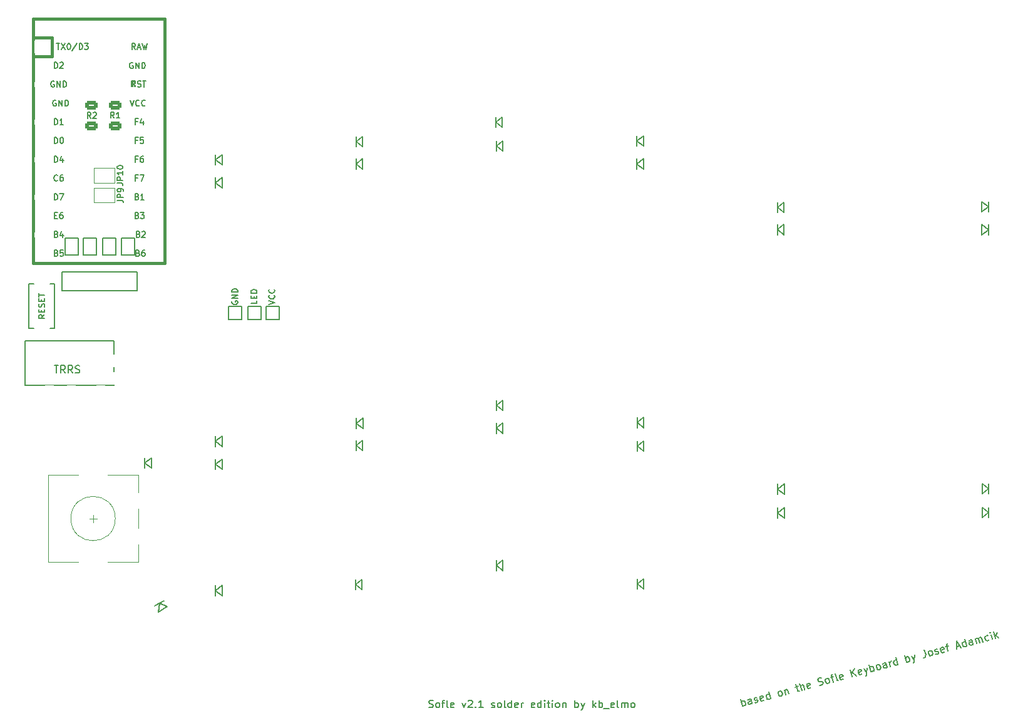
<source format=gto>
G04 #@! TF.GenerationSoftware,KiCad,Pcbnew,(6.0.1)*
G04 #@! TF.CreationDate,2022-07-29T00:13:48+02:00*
G04 #@! TF.ProjectId,SofleKeyboard,536f666c-654b-4657-9962-6f6172642e6b,rev?*
G04 #@! TF.SameCoordinates,Original*
G04 #@! TF.FileFunction,Legend,Top*
G04 #@! TF.FilePolarity,Positive*
%FSLAX46Y46*%
G04 Gerber Fmt 4.6, Leading zero omitted, Abs format (unit mm)*
G04 Created by KiCad (PCBNEW (6.0.1)) date 2022-07-29 00:13:48*
%MOMM*%
%LPD*%
G01*
G04 APERTURE LIST*
G04 Aperture macros list*
%AMRoundRect*
0 Rectangle with rounded corners*
0 $1 Rounding radius*
0 $2 $3 $4 $5 $6 $7 $8 $9 X,Y pos of 4 corners*
0 Add a 4 corners polygon primitive as box body*
4,1,4,$2,$3,$4,$5,$6,$7,$8,$9,$2,$3,0*
0 Add four circle primitives for the rounded corners*
1,1,$1+$1,$2,$3*
1,1,$1+$1,$4,$5*
1,1,$1+$1,$6,$7*
1,1,$1+$1,$8,$9*
0 Add four rect primitives between the rounded corners*
20,1,$1+$1,$2,$3,$4,$5,0*
20,1,$1+$1,$4,$5,$6,$7,0*
20,1,$1+$1,$6,$7,$8,$9,0*
20,1,$1+$1,$8,$9,$2,$3,0*%
%AMRotRect*
0 Rectangle, with rotation*
0 The origin of the aperture is its center*
0 $1 length*
0 $2 width*
0 $3 Rotation angle, in degrees counterclockwise*
0 Add horizontal line*
21,1,$1,$2,0,0,$3*%
%AMFreePoly0*
4,1,6,1.000000,0.000000,0.500000,-0.750000,-0.500000,-0.750000,-0.500000,0.750000,0.500000,0.750000,1.000000,0.000000,1.000000,0.000000,$1*%
%AMFreePoly1*
4,1,6,0.500000,-0.750000,-0.650000,-0.750000,-0.150000,0.000000,-0.650000,0.750000,0.500000,0.750000,0.500000,-0.750000,0.500000,-0.750000,$1*%
G04 Aperture macros list end*
%ADD10C,0.150000*%
%ADD11C,0.381000*%
%ADD12C,0.120000*%
%ADD13R,1.752600X1.752600*%
%ADD14C,1.752600*%
%ADD15C,1.397000*%
%ADD16C,1.200000*%
%ADD17O,2.500000X1.700000*%
%ADD18R,1.143000X0.635000*%
%ADD19R,1.800000X1.500000*%
%ADD20RotRect,1.800000X1.500000X300.000000*%
%ADD21C,1.750000*%
%ADD22C,3.987800*%
%ADD23C,4.000000*%
%ADD24R,1.524000X1.524000*%
%ADD25C,2.000000*%
%ADD26R,3.200000X2.000000*%
%ADD27FreePoly0,180.000000*%
%ADD28FreePoly1,180.000000*%
%ADD29FreePoly0,0.000000*%
%ADD30FreePoly1,0.000000*%
%ADD31C,4.700000*%
%ADD32RoundRect,0.250000X-0.625000X0.375000X-0.625000X-0.375000X0.625000X-0.375000X0.625000X0.375000X0*%
%ADD33C,2.250000*%
G04 APERTURE END LIST*
D10*
X187025411Y-131866897D02*
X186766592Y-130900971D01*
X186865189Y-131268943D02*
X186944858Y-131198297D01*
X187128843Y-131148998D01*
X187233161Y-131170345D01*
X187291482Y-131204017D01*
X187362128Y-131283685D01*
X187436076Y-131559664D01*
X187414729Y-131663982D01*
X187381058Y-131722303D01*
X187301389Y-131792949D01*
X187117404Y-131842248D01*
X187013086Y-131820900D01*
X188313312Y-131521805D02*
X188177740Y-131015844D01*
X188107094Y-130936176D01*
X188002776Y-130914829D01*
X187818790Y-130964127D01*
X187739122Y-131034773D01*
X188300987Y-131475808D02*
X188221319Y-131546454D01*
X187991336Y-131608078D01*
X187887019Y-131586731D01*
X187816373Y-131507063D01*
X187791723Y-131415070D01*
X187813070Y-131310752D01*
X187892739Y-131240106D01*
X188122721Y-131178483D01*
X188202389Y-131107837D01*
X188714955Y-131364886D02*
X188819273Y-131386233D01*
X189003259Y-131336934D01*
X189082927Y-131266288D01*
X189104274Y-131161971D01*
X189091949Y-131115974D01*
X189021303Y-131036306D01*
X188916986Y-131014959D01*
X188778996Y-131051933D01*
X188674679Y-131030586D01*
X188604033Y-130950918D01*
X188591708Y-130904921D01*
X188613055Y-130800604D01*
X188692723Y-130729958D01*
X188830713Y-130692984D01*
X188935030Y-130714331D01*
X189910863Y-131044443D02*
X189831195Y-131115089D01*
X189647209Y-131164388D01*
X189542892Y-131143041D01*
X189472246Y-131063373D01*
X189373648Y-130695401D01*
X189394995Y-130591083D01*
X189474663Y-130520438D01*
X189658649Y-130471139D01*
X189762967Y-130492486D01*
X189833613Y-130572154D01*
X189858262Y-130664147D01*
X189422947Y-130879387D01*
X190797121Y-130856270D02*
X190538302Y-129890344D01*
X190784796Y-130810274D02*
X190705128Y-130880920D01*
X190521142Y-130930219D01*
X190416825Y-130908871D01*
X190358503Y-130875200D01*
X190287857Y-130795532D01*
X190213909Y-130519553D01*
X190235256Y-130415235D01*
X190268928Y-130356914D01*
X190348596Y-130286268D01*
X190532582Y-130236969D01*
X190636900Y-130258316D01*
X192131019Y-130498853D02*
X192026701Y-130477506D01*
X191968380Y-130443835D01*
X191897734Y-130364166D01*
X191823786Y-130088188D01*
X191845133Y-129983870D01*
X191878804Y-129925549D01*
X191958473Y-129854903D01*
X192096462Y-129817929D01*
X192200780Y-129839276D01*
X192259101Y-129872948D01*
X192329747Y-129952616D01*
X192403695Y-130228595D01*
X192382348Y-130332912D01*
X192348676Y-130391233D01*
X192269008Y-130461879D01*
X192131019Y-130498853D01*
X192694416Y-129657707D02*
X192866962Y-130301658D01*
X192719065Y-129749700D02*
X192752737Y-129691379D01*
X192832405Y-129620733D01*
X192970395Y-129583759D01*
X193074712Y-129605106D01*
X193145358Y-129684774D01*
X193280930Y-130190736D01*
X194166303Y-129263317D02*
X194534275Y-129164719D01*
X194218019Y-128904367D02*
X194439864Y-129732304D01*
X194510510Y-129811972D01*
X194614828Y-129833319D01*
X194706821Y-129808669D01*
X195028796Y-129722396D02*
X194769977Y-128756470D01*
X195442764Y-129611474D02*
X195307192Y-129105513D01*
X195236546Y-129025844D01*
X195132229Y-129004497D01*
X194994239Y-129041472D01*
X194914571Y-129112118D01*
X194880899Y-129170439D01*
X196258376Y-129343632D02*
X196178708Y-129414278D01*
X195994722Y-129463577D01*
X195890404Y-129442230D01*
X195819758Y-129362562D01*
X195721161Y-128994590D01*
X195742508Y-128890273D01*
X195822176Y-128819627D01*
X196006162Y-128770328D01*
X196110479Y-128791675D01*
X196181125Y-128871343D01*
X196205775Y-128963336D01*
X195770459Y-129178576D01*
X197408288Y-129035515D02*
X197558602Y-129044537D01*
X197788584Y-128982913D01*
X197868252Y-128912267D01*
X197901924Y-128853946D01*
X197923271Y-128749629D01*
X197898622Y-128657636D01*
X197827976Y-128577967D01*
X197769655Y-128544296D01*
X197665337Y-128522949D01*
X197469026Y-128526251D01*
X197364709Y-128504904D01*
X197306388Y-128471232D01*
X197235742Y-128391564D01*
X197211092Y-128299571D01*
X197232439Y-128195253D01*
X197266111Y-128136932D01*
X197345779Y-128066286D01*
X197575762Y-128004663D01*
X197726076Y-128013685D01*
X198524528Y-128785718D02*
X198420210Y-128764371D01*
X198361889Y-128730699D01*
X198291243Y-128651031D01*
X198217295Y-128375052D01*
X198238642Y-128270734D01*
X198272313Y-128212413D01*
X198351982Y-128141767D01*
X198489971Y-128104793D01*
X198594289Y-128126140D01*
X198652610Y-128159812D01*
X198723256Y-128239480D01*
X198797204Y-128515459D01*
X198775857Y-128619777D01*
X198742185Y-128678098D01*
X198662517Y-128748744D01*
X198524528Y-128785718D01*
X198949936Y-127981546D02*
X199317907Y-127882948D01*
X199260471Y-128588522D02*
X199038626Y-127760586D01*
X199059973Y-127656268D01*
X199139641Y-127585622D01*
X199231634Y-127560973D01*
X199950418Y-128403652D02*
X199846100Y-128382305D01*
X199775455Y-128302636D01*
X199553610Y-127474700D01*
X200674037Y-128160460D02*
X200594369Y-128231106D01*
X200410383Y-128280404D01*
X200306065Y-128259057D01*
X200235419Y-128179389D01*
X200136821Y-127811417D01*
X200158169Y-127707100D01*
X200237837Y-127636454D01*
X200421823Y-127587155D01*
X200526140Y-127608502D01*
X200596786Y-127688170D01*
X200621436Y-127780163D01*
X200186120Y-127995403D01*
X201882270Y-127886014D02*
X201623451Y-126920088D01*
X202434227Y-127738117D02*
X201872363Y-127297082D01*
X202175408Y-126772191D02*
X201771347Y-127472045D01*
X203203843Y-127482600D02*
X203124174Y-127553246D01*
X202940189Y-127602545D01*
X202835871Y-127581198D01*
X202765225Y-127501530D01*
X202666627Y-127133558D01*
X202687974Y-127029240D01*
X202767642Y-126958595D01*
X202951628Y-126909296D01*
X203055946Y-126930643D01*
X203126592Y-127010311D01*
X203151241Y-127102304D01*
X202715926Y-127317544D01*
X203411593Y-126786048D02*
X203814121Y-127368375D01*
X203871558Y-126662801D02*
X203814121Y-127368375D01*
X203783752Y-127623007D01*
X203750080Y-127681328D01*
X203670412Y-127751974D01*
X204412075Y-127208154D02*
X204153256Y-126242228D01*
X204251854Y-126610200D02*
X204331522Y-126539554D01*
X204515508Y-126490255D01*
X204619826Y-126511602D01*
X204678147Y-126545274D01*
X204748793Y-126624942D01*
X204822741Y-126900921D01*
X204801394Y-127005239D01*
X204767723Y-127063560D01*
X204688054Y-127134206D01*
X204504068Y-127183505D01*
X204399751Y-127162158D01*
X205423998Y-126937010D02*
X205319680Y-126915663D01*
X205261359Y-126881992D01*
X205190713Y-126802323D01*
X205116765Y-126526345D01*
X205138112Y-126422027D01*
X205171784Y-126363706D01*
X205251452Y-126293060D01*
X205389441Y-126256086D01*
X205493759Y-126277433D01*
X205552080Y-126311104D01*
X205622726Y-126390773D01*
X205696674Y-126666752D01*
X205675327Y-126771069D01*
X205641655Y-126829390D01*
X205561987Y-126900036D01*
X205423998Y-126937010D01*
X206573909Y-126628892D02*
X206438338Y-126122931D01*
X206367692Y-126043263D01*
X206263374Y-126021916D01*
X206079388Y-126071215D01*
X205999720Y-126141861D01*
X206561585Y-126582896D02*
X206481917Y-126653542D01*
X206251934Y-126715165D01*
X206147617Y-126693818D01*
X206076971Y-126614150D01*
X206052321Y-126522157D01*
X206073668Y-126417840D01*
X206153336Y-126347194D01*
X206383319Y-126285570D01*
X206462987Y-126214924D01*
X207033874Y-126505645D02*
X206861328Y-125861695D01*
X206910627Y-126045681D02*
X206931974Y-125941363D01*
X206965646Y-125883042D01*
X207045314Y-125812396D01*
X207137307Y-125787746D01*
X208045796Y-126234502D02*
X207786977Y-125268576D01*
X208033472Y-126188505D02*
X207953804Y-126259151D01*
X207769818Y-126308450D01*
X207665500Y-126287103D01*
X207607179Y-126253431D01*
X207536533Y-126173763D01*
X207462585Y-125897784D01*
X207483932Y-125793466D01*
X207517603Y-125735145D01*
X207597272Y-125664499D01*
X207781257Y-125615200D01*
X207885575Y-125636547D01*
X209241705Y-125914059D02*
X208982886Y-124948133D01*
X209081483Y-125316105D02*
X209161152Y-125245459D01*
X209345137Y-125196160D01*
X209449455Y-125217507D01*
X209507776Y-125251179D01*
X209578422Y-125330847D01*
X209652370Y-125606826D01*
X209631023Y-125711144D01*
X209597352Y-125769465D01*
X209517683Y-125840111D01*
X209333698Y-125889409D01*
X209229380Y-125868062D01*
X209851099Y-125060588D02*
X210253627Y-125642915D01*
X210311063Y-124937341D02*
X210253627Y-125642915D01*
X210223258Y-125897547D01*
X210189586Y-125955868D01*
X210109918Y-126026514D01*
X211604684Y-124245624D02*
X211789555Y-124935571D01*
X211780533Y-125085885D01*
X211713189Y-125202528D01*
X211587524Y-125285498D01*
X211495532Y-125310148D01*
X212461457Y-125051329D02*
X212357140Y-125029982D01*
X212298819Y-124996310D01*
X212228173Y-124916642D01*
X212154224Y-124640663D01*
X212175571Y-124536345D01*
X212209243Y-124478024D01*
X212288911Y-124407378D01*
X212426901Y-124370404D01*
X212531218Y-124391751D01*
X212589540Y-124425423D01*
X212660185Y-124505091D01*
X212734134Y-124781070D01*
X212712787Y-124885388D01*
X212679115Y-124943709D01*
X212599447Y-125014355D01*
X212461457Y-125051329D01*
X213139080Y-124820462D02*
X213243397Y-124841809D01*
X213427383Y-124792510D01*
X213507051Y-124721864D01*
X213528398Y-124617546D01*
X213516074Y-124571550D01*
X213445428Y-124491881D01*
X213341110Y-124470534D01*
X213203121Y-124507509D01*
X213098803Y-124486162D01*
X213028157Y-124406493D01*
X213015832Y-124360497D01*
X213037180Y-124256179D01*
X213116848Y-124185533D01*
X213254837Y-124148559D01*
X213359155Y-124169906D01*
X214334988Y-124500019D02*
X214255320Y-124570665D01*
X214071334Y-124619964D01*
X213967016Y-124598617D01*
X213896370Y-124518948D01*
X213797772Y-124150977D01*
X213819119Y-124046659D01*
X213898788Y-123976013D01*
X214082774Y-123926714D01*
X214187091Y-123948061D01*
X214257737Y-124027730D01*
X214282387Y-124119722D01*
X213847071Y-124334963D01*
X214496742Y-123815792D02*
X214864714Y-123717194D01*
X214807277Y-124422768D02*
X214585432Y-123594832D01*
X214606779Y-123490514D01*
X214686448Y-123419868D01*
X214778441Y-123395219D01*
X215975234Y-123814022D02*
X216435198Y-123690775D01*
X215957189Y-124114650D02*
X216020345Y-123062451D01*
X216601139Y-123942104D01*
X217337083Y-123744909D02*
X217078264Y-122778983D01*
X217324758Y-123698912D02*
X217245090Y-123769558D01*
X217061104Y-123818857D01*
X216956787Y-123797510D01*
X216898465Y-123763838D01*
X216827819Y-123684170D01*
X216753871Y-123408191D01*
X216775218Y-123303874D01*
X216808890Y-123245552D01*
X216888558Y-123174907D01*
X217072544Y-123125608D01*
X217176862Y-123146955D01*
X218211016Y-123510739D02*
X218075444Y-123004778D01*
X218004798Y-122925110D01*
X217900480Y-122903763D01*
X217716495Y-122953062D01*
X217636826Y-123023708D01*
X218198691Y-123464743D02*
X218119023Y-123535389D01*
X217889041Y-123597012D01*
X217784723Y-123575665D01*
X217714077Y-123495997D01*
X217689428Y-123404004D01*
X217710775Y-123299686D01*
X217790443Y-123229040D01*
X218020425Y-123167417D01*
X218100093Y-123096771D01*
X218670981Y-123387492D02*
X218498435Y-122743542D01*
X218523084Y-122835534D02*
X218556756Y-122777213D01*
X218636424Y-122706567D01*
X218774413Y-122669593D01*
X218878731Y-122690940D01*
X218949377Y-122770608D01*
X219084949Y-123276570D01*
X218949377Y-122770608D02*
X218970724Y-122666291D01*
X219050392Y-122595645D01*
X219188382Y-122558671D01*
X219292699Y-122580018D01*
X219363345Y-122659686D01*
X219498917Y-123165647D01*
X220360525Y-122885481D02*
X220280857Y-122956127D01*
X220096871Y-123005426D01*
X219992553Y-122984079D01*
X219934232Y-122950407D01*
X219863586Y-122870739D01*
X219789638Y-122594760D01*
X219810985Y-122490442D01*
X219844657Y-122432121D01*
X219924325Y-122361475D01*
X220108311Y-122312176D01*
X220212629Y-122333523D01*
X220786818Y-122820555D02*
X220614272Y-122176605D01*
X220527999Y-121854629D02*
X220494327Y-121912950D01*
X220552648Y-121946622D01*
X220586320Y-121888301D01*
X220527999Y-121854629D01*
X220552648Y-121946622D01*
X221246783Y-122697308D02*
X220987964Y-121731382D01*
X221240178Y-122304687D02*
X221614754Y-122598710D01*
X221442208Y-121954760D02*
X221172834Y-122421329D01*
X144601428Y-132006761D02*
X144744285Y-132054380D01*
X144982380Y-132054380D01*
X145077619Y-132006761D01*
X145125238Y-131959142D01*
X145172857Y-131863904D01*
X145172857Y-131768666D01*
X145125238Y-131673428D01*
X145077619Y-131625809D01*
X144982380Y-131578190D01*
X144791904Y-131530571D01*
X144696666Y-131482952D01*
X144649047Y-131435333D01*
X144601428Y-131340095D01*
X144601428Y-131244857D01*
X144649047Y-131149619D01*
X144696666Y-131102000D01*
X144791904Y-131054380D01*
X145030000Y-131054380D01*
X145172857Y-131102000D01*
X145744285Y-132054380D02*
X145649047Y-132006761D01*
X145601428Y-131959142D01*
X145553809Y-131863904D01*
X145553809Y-131578190D01*
X145601428Y-131482952D01*
X145649047Y-131435333D01*
X145744285Y-131387714D01*
X145887142Y-131387714D01*
X145982380Y-131435333D01*
X146030000Y-131482952D01*
X146077619Y-131578190D01*
X146077619Y-131863904D01*
X146030000Y-131959142D01*
X145982380Y-132006761D01*
X145887142Y-132054380D01*
X145744285Y-132054380D01*
X146363333Y-131387714D02*
X146744285Y-131387714D01*
X146506190Y-132054380D02*
X146506190Y-131197238D01*
X146553809Y-131102000D01*
X146649047Y-131054380D01*
X146744285Y-131054380D01*
X147220476Y-132054380D02*
X147125238Y-132006761D01*
X147077619Y-131911523D01*
X147077619Y-131054380D01*
X147982380Y-132006761D02*
X147887142Y-132054380D01*
X147696666Y-132054380D01*
X147601428Y-132006761D01*
X147553809Y-131911523D01*
X147553809Y-131530571D01*
X147601428Y-131435333D01*
X147696666Y-131387714D01*
X147887142Y-131387714D01*
X147982380Y-131435333D01*
X148030000Y-131530571D01*
X148030000Y-131625809D01*
X147553809Y-131721047D01*
X149125238Y-131387714D02*
X149363333Y-132054380D01*
X149601428Y-131387714D01*
X149934761Y-131149619D02*
X149982380Y-131102000D01*
X150077619Y-131054380D01*
X150315714Y-131054380D01*
X150410952Y-131102000D01*
X150458571Y-131149619D01*
X150506190Y-131244857D01*
X150506190Y-131340095D01*
X150458571Y-131482952D01*
X149887142Y-132054380D01*
X150506190Y-132054380D01*
X150934761Y-131959142D02*
X150982380Y-132006761D01*
X150934761Y-132054380D01*
X150887142Y-132006761D01*
X150934761Y-131959142D01*
X150934761Y-132054380D01*
X151934761Y-132054380D02*
X151363333Y-132054380D01*
X151649047Y-132054380D02*
X151649047Y-131054380D01*
X151553809Y-131197238D01*
X151458571Y-131292476D01*
X151363333Y-131340095D01*
X153077619Y-132006761D02*
X153172857Y-132054380D01*
X153363333Y-132054380D01*
X153458571Y-132006761D01*
X153506190Y-131911523D01*
X153506190Y-131863904D01*
X153458571Y-131768666D01*
X153363333Y-131721047D01*
X153220476Y-131721047D01*
X153125238Y-131673428D01*
X153077619Y-131578190D01*
X153077619Y-131530571D01*
X153125238Y-131435333D01*
X153220476Y-131387714D01*
X153363333Y-131387714D01*
X153458571Y-131435333D01*
X154077619Y-132054380D02*
X153982380Y-132006761D01*
X153934761Y-131959142D01*
X153887142Y-131863904D01*
X153887142Y-131578190D01*
X153934761Y-131482952D01*
X153982380Y-131435333D01*
X154077619Y-131387714D01*
X154220476Y-131387714D01*
X154315714Y-131435333D01*
X154363333Y-131482952D01*
X154410952Y-131578190D01*
X154410952Y-131863904D01*
X154363333Y-131959142D01*
X154315714Y-132006761D01*
X154220476Y-132054380D01*
X154077619Y-132054380D01*
X154982380Y-132054380D02*
X154887142Y-132006761D01*
X154839523Y-131911523D01*
X154839523Y-131054380D01*
X155791904Y-132054380D02*
X155791904Y-131054380D01*
X155791904Y-132006761D02*
X155696666Y-132054380D01*
X155506190Y-132054380D01*
X155410952Y-132006761D01*
X155363333Y-131959142D01*
X155315714Y-131863904D01*
X155315714Y-131578190D01*
X155363333Y-131482952D01*
X155410952Y-131435333D01*
X155506190Y-131387714D01*
X155696666Y-131387714D01*
X155791904Y-131435333D01*
X156649047Y-132006761D02*
X156553809Y-132054380D01*
X156363333Y-132054380D01*
X156268095Y-132006761D01*
X156220476Y-131911523D01*
X156220476Y-131530571D01*
X156268095Y-131435333D01*
X156363333Y-131387714D01*
X156553809Y-131387714D01*
X156649047Y-131435333D01*
X156696666Y-131530571D01*
X156696666Y-131625809D01*
X156220476Y-131721047D01*
X157125238Y-132054380D02*
X157125238Y-131387714D01*
X157125238Y-131578190D02*
X157172857Y-131482952D01*
X157220476Y-131435333D01*
X157315714Y-131387714D01*
X157410952Y-131387714D01*
X158887142Y-132006761D02*
X158791904Y-132054380D01*
X158601428Y-132054380D01*
X158506190Y-132006761D01*
X158458571Y-131911523D01*
X158458571Y-131530571D01*
X158506190Y-131435333D01*
X158601428Y-131387714D01*
X158791904Y-131387714D01*
X158887142Y-131435333D01*
X158934761Y-131530571D01*
X158934761Y-131625809D01*
X158458571Y-131721047D01*
X159791904Y-132054380D02*
X159791904Y-131054380D01*
X159791904Y-132006761D02*
X159696666Y-132054380D01*
X159506190Y-132054380D01*
X159410952Y-132006761D01*
X159363333Y-131959142D01*
X159315714Y-131863904D01*
X159315714Y-131578190D01*
X159363333Y-131482952D01*
X159410952Y-131435333D01*
X159506190Y-131387714D01*
X159696666Y-131387714D01*
X159791904Y-131435333D01*
X160268095Y-132054380D02*
X160268095Y-131387714D01*
X160268095Y-131054380D02*
X160220476Y-131102000D01*
X160268095Y-131149619D01*
X160315714Y-131102000D01*
X160268095Y-131054380D01*
X160268095Y-131149619D01*
X160601428Y-131387714D02*
X160982380Y-131387714D01*
X160744285Y-131054380D02*
X160744285Y-131911523D01*
X160791904Y-132006761D01*
X160887142Y-132054380D01*
X160982380Y-132054380D01*
X161315714Y-132054380D02*
X161315714Y-131387714D01*
X161315714Y-131054380D02*
X161268095Y-131102000D01*
X161315714Y-131149619D01*
X161363333Y-131102000D01*
X161315714Y-131054380D01*
X161315714Y-131149619D01*
X161934761Y-132054380D02*
X161839523Y-132006761D01*
X161791904Y-131959142D01*
X161744285Y-131863904D01*
X161744285Y-131578190D01*
X161791904Y-131482952D01*
X161839523Y-131435333D01*
X161934761Y-131387714D01*
X162077619Y-131387714D01*
X162172857Y-131435333D01*
X162220476Y-131482952D01*
X162268095Y-131578190D01*
X162268095Y-131863904D01*
X162220476Y-131959142D01*
X162172857Y-132006761D01*
X162077619Y-132054380D01*
X161934761Y-132054380D01*
X162696666Y-131387714D02*
X162696666Y-132054380D01*
X162696666Y-131482952D02*
X162744285Y-131435333D01*
X162839523Y-131387714D01*
X162982380Y-131387714D01*
X163077619Y-131435333D01*
X163125238Y-131530571D01*
X163125238Y-132054380D01*
X164363333Y-132054380D02*
X164363333Y-131054380D01*
X164363333Y-131435333D02*
X164458571Y-131387714D01*
X164649047Y-131387714D01*
X164744285Y-131435333D01*
X164791904Y-131482952D01*
X164839523Y-131578190D01*
X164839523Y-131863904D01*
X164791904Y-131959142D01*
X164744285Y-132006761D01*
X164649047Y-132054380D01*
X164458571Y-132054380D01*
X164363333Y-132006761D01*
X165172857Y-131387714D02*
X165410952Y-132054380D01*
X165649047Y-131387714D02*
X165410952Y-132054380D01*
X165315714Y-132292476D01*
X165268095Y-132340095D01*
X165172857Y-132387714D01*
X166791904Y-132054380D02*
X166791904Y-131054380D01*
X166887142Y-131673428D02*
X167172857Y-132054380D01*
X167172857Y-131387714D02*
X166791904Y-131768666D01*
X167601428Y-132054380D02*
X167601428Y-131054380D01*
X167601428Y-131435333D02*
X167696666Y-131387714D01*
X167887142Y-131387714D01*
X167982380Y-131435333D01*
X168030000Y-131482952D01*
X168077619Y-131578190D01*
X168077619Y-131863904D01*
X168030000Y-131959142D01*
X167982380Y-132006761D01*
X167887142Y-132054380D01*
X167696666Y-132054380D01*
X167601428Y-132006761D01*
X168268095Y-132149619D02*
X169030000Y-132149619D01*
X169649047Y-132006761D02*
X169553809Y-132054380D01*
X169363333Y-132054380D01*
X169268095Y-132006761D01*
X169220476Y-131911523D01*
X169220476Y-131530571D01*
X169268095Y-131435333D01*
X169363333Y-131387714D01*
X169553809Y-131387714D01*
X169649047Y-131435333D01*
X169696666Y-131530571D01*
X169696666Y-131625809D01*
X169220476Y-131721047D01*
X170268095Y-132054380D02*
X170172857Y-132006761D01*
X170125238Y-131911523D01*
X170125238Y-131054380D01*
X170649047Y-132054380D02*
X170649047Y-131387714D01*
X170649047Y-131482952D02*
X170696666Y-131435333D01*
X170791904Y-131387714D01*
X170934761Y-131387714D01*
X171030000Y-131435333D01*
X171077619Y-131530571D01*
X171077619Y-132054380D01*
X171077619Y-131530571D02*
X171125238Y-131435333D01*
X171220476Y-131387714D01*
X171363333Y-131387714D01*
X171458571Y-131435333D01*
X171506190Y-131530571D01*
X171506190Y-132054380D01*
X172125238Y-132054380D02*
X172030000Y-132006761D01*
X171982380Y-131959142D01*
X171934761Y-131863904D01*
X171934761Y-131578190D01*
X171982380Y-131482952D01*
X172030000Y-131435333D01*
X172125238Y-131387714D01*
X172268095Y-131387714D01*
X172363333Y-131435333D01*
X172410952Y-131482952D01*
X172458571Y-131578190D01*
X172458571Y-131863904D01*
X172410952Y-131959142D01*
X172363333Y-132006761D01*
X172268095Y-132054380D01*
X172125238Y-132054380D01*
X93948523Y-63421904D02*
X93948523Y-62621904D01*
X94139000Y-62621904D01*
X94253285Y-62660000D01*
X94329476Y-62736190D01*
X94367571Y-62812380D01*
X94405666Y-62964761D01*
X94405666Y-63079047D01*
X94367571Y-63231428D01*
X94329476Y-63307619D01*
X94253285Y-63383809D01*
X94139000Y-63421904D01*
X93948523Y-63421904D01*
X94672333Y-62621904D02*
X95205666Y-62621904D01*
X94862809Y-63421904D01*
X93948523Y-58341904D02*
X93948523Y-57541904D01*
X94139000Y-57541904D01*
X94253285Y-57580000D01*
X94329476Y-57656190D01*
X94367571Y-57732380D01*
X94405666Y-57884761D01*
X94405666Y-57999047D01*
X94367571Y-58151428D01*
X94329476Y-58227619D01*
X94253285Y-58303809D01*
X94139000Y-58341904D01*
X93948523Y-58341904D01*
X95091380Y-57808571D02*
X95091380Y-58341904D01*
X94900904Y-57503809D02*
X94710428Y-58075238D01*
X95205666Y-58075238D01*
X104908619Y-43101904D02*
X104641952Y-42720952D01*
X104451476Y-43101904D02*
X104451476Y-42301904D01*
X104756238Y-42301904D01*
X104832428Y-42340000D01*
X104870523Y-42378095D01*
X104908619Y-42454285D01*
X104908619Y-42568571D01*
X104870523Y-42644761D01*
X104832428Y-42682857D01*
X104756238Y-42720952D01*
X104451476Y-42720952D01*
X105213380Y-42873333D02*
X105594333Y-42873333D01*
X105137190Y-43101904D02*
X105403857Y-42301904D01*
X105670523Y-43101904D01*
X105861000Y-42301904D02*
X106051476Y-43101904D01*
X106203857Y-42530476D01*
X106356238Y-43101904D01*
X106546714Y-42301904D01*
X105194333Y-52842857D02*
X104927666Y-52842857D01*
X104927666Y-53261904D02*
X104927666Y-52461904D01*
X105308619Y-52461904D01*
X105956238Y-52728571D02*
X105956238Y-53261904D01*
X105765761Y-52423809D02*
X105575285Y-52995238D01*
X106070523Y-52995238D01*
X94237651Y-42301904D02*
X94694794Y-42301904D01*
X94466223Y-43101904D02*
X94466223Y-42301904D01*
X94885270Y-42301904D02*
X95418604Y-43101904D01*
X95418604Y-42301904D02*
X94885270Y-43101904D01*
X95875747Y-42301904D02*
X95951937Y-42301904D01*
X96028128Y-42340000D01*
X96066223Y-42378095D01*
X96104318Y-42454285D01*
X96142413Y-42606666D01*
X96142413Y-42797142D01*
X96104318Y-42949523D01*
X96066223Y-43025714D01*
X96028128Y-43063809D01*
X95951937Y-43101904D01*
X95875747Y-43101904D01*
X95799556Y-43063809D01*
X95761461Y-43025714D01*
X95723366Y-42949523D01*
X95685270Y-42797142D01*
X95685270Y-42606666D01*
X95723366Y-42454285D01*
X95761461Y-42378095D01*
X95799556Y-42340000D01*
X95875747Y-42301904D01*
X97056699Y-42263809D02*
X96370985Y-43292380D01*
X97323366Y-43101904D02*
X97323366Y-42301904D01*
X97513842Y-42301904D01*
X97628128Y-42340000D01*
X97704318Y-42416190D01*
X97742413Y-42492380D01*
X97780508Y-42644761D01*
X97780508Y-42759047D01*
X97742413Y-42911428D01*
X97704318Y-42987619D01*
X97628128Y-43063809D01*
X97513842Y-43101904D01*
X97323366Y-43101904D01*
X98047175Y-42301904D02*
X98542413Y-42301904D01*
X98275747Y-42606666D01*
X98390032Y-42606666D01*
X98466223Y-42644761D01*
X98504318Y-42682857D01*
X98542413Y-42759047D01*
X98542413Y-42949523D01*
X98504318Y-43025714D01*
X98466223Y-43063809D01*
X98390032Y-43101904D01*
X98161461Y-43101904D01*
X98085270Y-43063809D01*
X98047175Y-43025714D01*
X105263990Y-70622857D02*
X105378276Y-70660952D01*
X105416371Y-70699047D01*
X105454466Y-70775238D01*
X105454466Y-70889523D01*
X105416371Y-70965714D01*
X105378276Y-71003809D01*
X105302085Y-71041904D01*
X104997323Y-71041904D01*
X104997323Y-70241904D01*
X105263990Y-70241904D01*
X105340180Y-70280000D01*
X105378276Y-70318095D01*
X105416371Y-70394285D01*
X105416371Y-70470476D01*
X105378276Y-70546666D01*
X105340180Y-70584761D01*
X105263990Y-70622857D01*
X104997323Y-70622857D01*
X106140180Y-70241904D02*
X105987800Y-70241904D01*
X105911609Y-70280000D01*
X105873514Y-70318095D01*
X105797323Y-70432380D01*
X105759228Y-70584761D01*
X105759228Y-70889523D01*
X105797323Y-70965714D01*
X105835419Y-71003809D01*
X105911609Y-71041904D01*
X106063990Y-71041904D01*
X106140180Y-71003809D01*
X106178276Y-70965714D01*
X106216371Y-70889523D01*
X106216371Y-70699047D01*
X106178276Y-70622857D01*
X106140180Y-70584761D01*
X106063990Y-70546666D01*
X105911609Y-70546666D01*
X105835419Y-70584761D01*
X105797323Y-70622857D01*
X105759228Y-70699047D01*
X105137190Y-63002857D02*
X105251476Y-63040952D01*
X105289571Y-63079047D01*
X105327666Y-63155238D01*
X105327666Y-63269523D01*
X105289571Y-63345714D01*
X105251476Y-63383809D01*
X105175285Y-63421904D01*
X104870523Y-63421904D01*
X104870523Y-62621904D01*
X105137190Y-62621904D01*
X105213380Y-62660000D01*
X105251476Y-62698095D01*
X105289571Y-62774285D01*
X105289571Y-62850476D01*
X105251476Y-62926666D01*
X105213380Y-62964761D01*
X105137190Y-63002857D01*
X104870523Y-63002857D01*
X106089571Y-63421904D02*
X105632428Y-63421904D01*
X105861000Y-63421904D02*
X105861000Y-62621904D01*
X105784809Y-62736190D01*
X105708619Y-62812380D01*
X105632428Y-62850476D01*
X93986619Y-65542857D02*
X94253285Y-65542857D01*
X94367571Y-65961904D02*
X93986619Y-65961904D01*
X93986619Y-65161904D01*
X94367571Y-65161904D01*
X95053285Y-65161904D02*
X94900904Y-65161904D01*
X94824714Y-65200000D01*
X94786619Y-65238095D01*
X94710428Y-65352380D01*
X94672333Y-65504761D01*
X94672333Y-65809523D01*
X94710428Y-65885714D01*
X94748523Y-65923809D01*
X94824714Y-65961904D01*
X94977095Y-65961904D01*
X95053285Y-65923809D01*
X95091380Y-65885714D01*
X95129476Y-65809523D01*
X95129476Y-65619047D01*
X95091380Y-65542857D01*
X95053285Y-65504761D01*
X94977095Y-65466666D01*
X94824714Y-65466666D01*
X94748523Y-65504761D01*
X94710428Y-65542857D01*
X94672333Y-65619047D01*
X94215190Y-70622857D02*
X94329476Y-70660952D01*
X94367571Y-70699047D01*
X94405666Y-70775238D01*
X94405666Y-70889523D01*
X94367571Y-70965714D01*
X94329476Y-71003809D01*
X94253285Y-71041904D01*
X93948523Y-71041904D01*
X93948523Y-70241904D01*
X94215190Y-70241904D01*
X94291380Y-70280000D01*
X94329476Y-70318095D01*
X94367571Y-70394285D01*
X94367571Y-70470476D01*
X94329476Y-70546666D01*
X94291380Y-70584761D01*
X94215190Y-70622857D01*
X93948523Y-70622857D01*
X95129476Y-70241904D02*
X94748523Y-70241904D01*
X94710428Y-70622857D01*
X94748523Y-70584761D01*
X94824714Y-70546666D01*
X95015190Y-70546666D01*
X95091380Y-70584761D01*
X95129476Y-70622857D01*
X95167571Y-70699047D01*
X95167571Y-70889523D01*
X95129476Y-70965714D01*
X95091380Y-71003809D01*
X95015190Y-71041904D01*
X94824714Y-71041904D01*
X94748523Y-71003809D01*
X94710428Y-70965714D01*
X93948523Y-53261904D02*
X93948523Y-52461904D01*
X94139000Y-52461904D01*
X94253285Y-52500000D01*
X94329476Y-52576190D01*
X94367571Y-52652380D01*
X94405666Y-52804761D01*
X94405666Y-52919047D01*
X94367571Y-53071428D01*
X94329476Y-53147619D01*
X94253285Y-53223809D01*
X94139000Y-53261904D01*
X93948523Y-53261904D01*
X95167571Y-53261904D02*
X94710428Y-53261904D01*
X94939000Y-53261904D02*
X94939000Y-52461904D01*
X94862809Y-52576190D01*
X94786619Y-52652380D01*
X94710428Y-52690476D01*
X94215190Y-68082857D02*
X94329476Y-68120952D01*
X94367571Y-68159047D01*
X94405666Y-68235238D01*
X94405666Y-68349523D01*
X94367571Y-68425714D01*
X94329476Y-68463809D01*
X94253285Y-68501904D01*
X93948523Y-68501904D01*
X93948523Y-67701904D01*
X94215190Y-67701904D01*
X94291380Y-67740000D01*
X94329476Y-67778095D01*
X94367571Y-67854285D01*
X94367571Y-67930476D01*
X94329476Y-68006666D01*
X94291380Y-68044761D01*
X94215190Y-68082857D01*
X93948523Y-68082857D01*
X95091380Y-67968571D02*
X95091380Y-68501904D01*
X94900904Y-67663809D02*
X94710428Y-68235238D01*
X95205666Y-68235238D01*
X93948523Y-45641904D02*
X93948523Y-44841904D01*
X94139000Y-44841904D01*
X94253285Y-44880000D01*
X94329476Y-44956190D01*
X94367571Y-45032380D01*
X94405666Y-45184761D01*
X94405666Y-45299047D01*
X94367571Y-45451428D01*
X94329476Y-45527619D01*
X94253285Y-45603809D01*
X94139000Y-45641904D01*
X93948523Y-45641904D01*
X94710428Y-44918095D02*
X94748523Y-44880000D01*
X94824714Y-44841904D01*
X95015190Y-44841904D01*
X95091380Y-44880000D01*
X95129476Y-44918095D01*
X95167571Y-44994285D01*
X95167571Y-45070476D01*
X95129476Y-45184761D01*
X94672333Y-45641904D01*
X95167571Y-45641904D01*
X94405666Y-60805714D02*
X94367571Y-60843809D01*
X94253285Y-60881904D01*
X94177095Y-60881904D01*
X94062809Y-60843809D01*
X93986619Y-60767619D01*
X93948523Y-60691428D01*
X93910428Y-60539047D01*
X93910428Y-60424761D01*
X93948523Y-60272380D01*
X93986619Y-60196190D01*
X94062809Y-60120000D01*
X94177095Y-60081904D01*
X94253285Y-60081904D01*
X94367571Y-60120000D01*
X94405666Y-60158095D01*
X95091380Y-60081904D02*
X94939000Y-60081904D01*
X94862809Y-60120000D01*
X94824714Y-60158095D01*
X94748523Y-60272380D01*
X94710428Y-60424761D01*
X94710428Y-60729523D01*
X94748523Y-60805714D01*
X94786619Y-60843809D01*
X94862809Y-60881904D01*
X95015190Y-60881904D01*
X95091380Y-60843809D01*
X95129476Y-60805714D01*
X95167571Y-60729523D01*
X95167571Y-60539047D01*
X95129476Y-60462857D01*
X95091380Y-60424761D01*
X95015190Y-60386666D01*
X94862809Y-60386666D01*
X94786619Y-60424761D01*
X94748523Y-60462857D01*
X94710428Y-60539047D01*
X104190933Y-49930104D02*
X104457600Y-50730104D01*
X104724266Y-49930104D01*
X105448076Y-50653914D02*
X105409980Y-50692009D01*
X105295695Y-50730104D01*
X105219504Y-50730104D01*
X105105219Y-50692009D01*
X105029028Y-50615819D01*
X104990933Y-50539628D01*
X104952838Y-50387247D01*
X104952838Y-50272961D01*
X104990933Y-50120580D01*
X105029028Y-50044390D01*
X105105219Y-49968200D01*
X105219504Y-49930104D01*
X105295695Y-49930104D01*
X105409980Y-49968200D01*
X105448076Y-50006295D01*
X106248076Y-50653914D02*
X106209980Y-50692009D01*
X106095695Y-50730104D01*
X106019504Y-50730104D01*
X105905219Y-50692009D01*
X105829028Y-50615819D01*
X105790933Y-50539628D01*
X105752838Y-50387247D01*
X105752838Y-50272961D01*
X105790933Y-50120580D01*
X105829028Y-50044390D01*
X105905219Y-49968200D01*
X106019504Y-49930104D01*
X106095695Y-49930104D01*
X106209980Y-49968200D01*
X106248076Y-50006295D01*
X93948523Y-55801904D02*
X93948523Y-55001904D01*
X94139000Y-55001904D01*
X94253285Y-55040000D01*
X94329476Y-55116190D01*
X94367571Y-55192380D01*
X94405666Y-55344761D01*
X94405666Y-55459047D01*
X94367571Y-55611428D01*
X94329476Y-55687619D01*
X94253285Y-55763809D01*
X94139000Y-55801904D01*
X93948523Y-55801904D01*
X94900904Y-55001904D02*
X94977095Y-55001904D01*
X95053285Y-55040000D01*
X95091380Y-55078095D01*
X95129476Y-55154285D01*
X95167571Y-55306666D01*
X95167571Y-55497142D01*
X95129476Y-55649523D01*
X95091380Y-55725714D01*
X95053285Y-55763809D01*
X94977095Y-55801904D01*
X94900904Y-55801904D01*
X94824714Y-55763809D01*
X94786619Y-55725714D01*
X94748523Y-55649523D01*
X94710428Y-55497142D01*
X94710428Y-55306666D01*
X94748523Y-55154285D01*
X94786619Y-55078095D01*
X94824714Y-55040000D01*
X94900904Y-55001904D01*
X105199786Y-48113809D02*
X105314072Y-48151904D01*
X105504548Y-48151904D01*
X105580739Y-48113809D01*
X105618834Y-48075714D01*
X105656929Y-47999523D01*
X105656929Y-47923333D01*
X105618834Y-47847142D01*
X105580739Y-47809047D01*
X105504548Y-47770952D01*
X105352167Y-47732857D01*
X105275977Y-47694761D01*
X105237881Y-47656666D01*
X105199786Y-47580476D01*
X105199786Y-47504285D01*
X105237881Y-47428095D01*
X105275977Y-47390000D01*
X105352167Y-47351904D01*
X105542643Y-47351904D01*
X105656929Y-47390000D01*
X105885500Y-47351904D02*
X106342643Y-47351904D01*
X106114072Y-48151904D02*
X106114072Y-47351904D01*
X105137190Y-65542857D02*
X105251476Y-65580952D01*
X105289571Y-65619047D01*
X105327666Y-65695238D01*
X105327666Y-65809523D01*
X105289571Y-65885714D01*
X105251476Y-65923809D01*
X105175285Y-65961904D01*
X104870523Y-65961904D01*
X104870523Y-65161904D01*
X105137190Y-65161904D01*
X105213380Y-65200000D01*
X105251476Y-65238095D01*
X105289571Y-65314285D01*
X105289571Y-65390476D01*
X105251476Y-65466666D01*
X105213380Y-65504761D01*
X105137190Y-65542857D01*
X104870523Y-65542857D01*
X105594333Y-65161904D02*
X106089571Y-65161904D01*
X105822904Y-65466666D01*
X105937190Y-65466666D01*
X106013380Y-65504761D01*
X106051476Y-65542857D01*
X106089571Y-65619047D01*
X106089571Y-65809523D01*
X106051476Y-65885714D01*
X106013380Y-65923809D01*
X105937190Y-65961904D01*
X105708619Y-65961904D01*
X105632428Y-65923809D01*
X105594333Y-65885714D01*
X105194333Y-57922857D02*
X104927666Y-57922857D01*
X104927666Y-58341904D02*
X104927666Y-57541904D01*
X105308619Y-57541904D01*
X105956238Y-57541904D02*
X105803857Y-57541904D01*
X105727666Y-57580000D01*
X105689571Y-57618095D01*
X105613380Y-57732380D01*
X105575285Y-57884761D01*
X105575285Y-58189523D01*
X105613380Y-58265714D01*
X105651476Y-58303809D01*
X105727666Y-58341904D01*
X105880047Y-58341904D01*
X105956238Y-58303809D01*
X105994333Y-58265714D01*
X106032428Y-58189523D01*
X106032428Y-57999047D01*
X105994333Y-57922857D01*
X105956238Y-57884761D01*
X105880047Y-57846666D01*
X105727666Y-57846666D01*
X105651476Y-57884761D01*
X105613380Y-57922857D01*
X105575285Y-57999047D01*
X105314790Y-68082857D02*
X105429076Y-68120952D01*
X105467171Y-68159047D01*
X105505266Y-68235238D01*
X105505266Y-68349523D01*
X105467171Y-68425714D01*
X105429076Y-68463809D01*
X105352885Y-68501904D01*
X105048123Y-68501904D01*
X105048123Y-67701904D01*
X105314790Y-67701904D01*
X105390980Y-67740000D01*
X105429076Y-67778095D01*
X105467171Y-67854285D01*
X105467171Y-67930476D01*
X105429076Y-68006666D01*
X105390980Y-68044761D01*
X105314790Y-68082857D01*
X105048123Y-68082857D01*
X105810028Y-67778095D02*
X105848123Y-67740000D01*
X105924314Y-67701904D01*
X106114790Y-67701904D01*
X106190980Y-67740000D01*
X106229076Y-67778095D01*
X106267171Y-67854285D01*
X106267171Y-67930476D01*
X106229076Y-68044761D01*
X105771933Y-68501904D01*
X106267171Y-68501904D01*
X104571876Y-44888200D02*
X104495685Y-44850104D01*
X104381400Y-44850104D01*
X104267114Y-44888200D01*
X104190923Y-44964390D01*
X104152828Y-45040580D01*
X104114733Y-45192961D01*
X104114733Y-45307247D01*
X104152828Y-45459628D01*
X104190923Y-45535819D01*
X104267114Y-45612009D01*
X104381400Y-45650104D01*
X104457590Y-45650104D01*
X104571876Y-45612009D01*
X104609971Y-45573914D01*
X104609971Y-45307247D01*
X104457590Y-45307247D01*
X104952828Y-45650104D02*
X104952828Y-44850104D01*
X105409971Y-45650104D01*
X105409971Y-44850104D01*
X105790923Y-45650104D02*
X105790923Y-44850104D01*
X105981400Y-44850104D01*
X106095685Y-44888200D01*
X106171876Y-44964390D01*
X106209971Y-45040580D01*
X106248066Y-45192961D01*
X106248066Y-45307247D01*
X106209971Y-45459628D01*
X106171876Y-45535819D01*
X106095685Y-45612009D01*
X105981400Y-45650104D01*
X105790923Y-45650104D01*
X93929476Y-47420000D02*
X93853285Y-47381904D01*
X93739000Y-47381904D01*
X93624714Y-47420000D01*
X93548523Y-47496190D01*
X93510428Y-47572380D01*
X93472333Y-47724761D01*
X93472333Y-47839047D01*
X93510428Y-47991428D01*
X93548523Y-48067619D01*
X93624714Y-48143809D01*
X93739000Y-48181904D01*
X93815190Y-48181904D01*
X93929476Y-48143809D01*
X93967571Y-48105714D01*
X93967571Y-47839047D01*
X93815190Y-47839047D01*
X94310428Y-48181904D02*
X94310428Y-47381904D01*
X94767571Y-48181904D01*
X94767571Y-47381904D01*
X95148523Y-48181904D02*
X95148523Y-47381904D01*
X95339000Y-47381904D01*
X95453285Y-47420000D01*
X95529476Y-47496190D01*
X95567571Y-47572380D01*
X95605666Y-47724761D01*
X95605666Y-47839047D01*
X95567571Y-47991428D01*
X95529476Y-48067619D01*
X95453285Y-48143809D01*
X95339000Y-48181904D01*
X95148523Y-48181904D01*
X94183276Y-49968200D02*
X94107085Y-49930104D01*
X93992800Y-49930104D01*
X93878514Y-49968200D01*
X93802323Y-50044390D01*
X93764228Y-50120580D01*
X93726133Y-50272961D01*
X93726133Y-50387247D01*
X93764228Y-50539628D01*
X93802323Y-50615819D01*
X93878514Y-50692009D01*
X93992800Y-50730104D01*
X94068990Y-50730104D01*
X94183276Y-50692009D01*
X94221371Y-50653914D01*
X94221371Y-50387247D01*
X94068990Y-50387247D01*
X94564228Y-50730104D02*
X94564228Y-49930104D01*
X95021371Y-50730104D01*
X95021371Y-49930104D01*
X95402323Y-50730104D02*
X95402323Y-49930104D01*
X95592800Y-49930104D01*
X95707085Y-49968200D01*
X95783276Y-50044390D01*
X95821371Y-50120580D01*
X95859466Y-50272961D01*
X95859466Y-50387247D01*
X95821371Y-50539628D01*
X95783276Y-50615819D01*
X95707085Y-50692009D01*
X95592800Y-50730104D01*
X95402323Y-50730104D01*
X105194333Y-55382857D02*
X104927666Y-55382857D01*
X104927666Y-55801904D02*
X104927666Y-55001904D01*
X105308619Y-55001904D01*
X105994333Y-55001904D02*
X105613380Y-55001904D01*
X105575285Y-55382857D01*
X105613380Y-55344761D01*
X105689571Y-55306666D01*
X105880047Y-55306666D01*
X105956238Y-55344761D01*
X105994333Y-55382857D01*
X106032428Y-55459047D01*
X106032428Y-55649523D01*
X105994333Y-55725714D01*
X105956238Y-55763809D01*
X105880047Y-55801904D01*
X105689571Y-55801904D01*
X105613380Y-55763809D01*
X105575285Y-55725714D01*
X105194333Y-60462857D02*
X104927666Y-60462857D01*
X104927666Y-60881904D02*
X104927666Y-60081904D01*
X105308619Y-60081904D01*
X105537190Y-60081904D02*
X106070523Y-60081904D01*
X105727666Y-60881904D01*
X118000000Y-77127923D02*
X117961904Y-77204114D01*
X117961904Y-77318400D01*
X118000000Y-77432685D01*
X118076190Y-77508876D01*
X118152380Y-77546971D01*
X118304761Y-77585066D01*
X118419047Y-77585066D01*
X118571428Y-77546971D01*
X118647619Y-77508876D01*
X118723809Y-77432685D01*
X118761904Y-77318400D01*
X118761904Y-77242209D01*
X118723809Y-77127923D01*
X118685714Y-77089828D01*
X118419047Y-77089828D01*
X118419047Y-77242209D01*
X118761904Y-76746971D02*
X117961904Y-76746971D01*
X118761904Y-76289828D01*
X117961904Y-76289828D01*
X118761904Y-75908876D02*
X117961904Y-75908876D01*
X117961904Y-75718400D01*
X118000000Y-75604114D01*
X118076190Y-75527923D01*
X118152380Y-75489828D01*
X118304761Y-75451733D01*
X118419047Y-75451733D01*
X118571428Y-75489828D01*
X118647619Y-75527923D01*
X118723809Y-75604114D01*
X118761904Y-75718400D01*
X118761904Y-75908876D01*
X122961904Y-77576666D02*
X123761904Y-77310000D01*
X122961904Y-77043333D01*
X123685714Y-76319523D02*
X123723809Y-76357619D01*
X123761904Y-76471904D01*
X123761904Y-76548095D01*
X123723809Y-76662380D01*
X123647619Y-76738571D01*
X123571428Y-76776666D01*
X123419047Y-76814761D01*
X123304761Y-76814761D01*
X123152380Y-76776666D01*
X123076190Y-76738571D01*
X123000000Y-76662380D01*
X122961904Y-76548095D01*
X122961904Y-76471904D01*
X123000000Y-76357619D01*
X123038095Y-76319523D01*
X123685714Y-75519523D02*
X123723809Y-75557619D01*
X123761904Y-75671904D01*
X123761904Y-75748095D01*
X123723809Y-75862380D01*
X123647619Y-75938571D01*
X123571428Y-75976666D01*
X123419047Y-76014761D01*
X123304761Y-76014761D01*
X123152380Y-75976666D01*
X123076190Y-75938571D01*
X123000000Y-75862380D01*
X122961904Y-75748095D01*
X122961904Y-75671904D01*
X123000000Y-75557619D01*
X123038095Y-75519523D01*
X121361904Y-77024285D02*
X121361904Y-77405238D01*
X120561904Y-77405238D01*
X120942857Y-76757619D02*
X120942857Y-76490952D01*
X121361904Y-76376666D02*
X121361904Y-76757619D01*
X120561904Y-76757619D01*
X120561904Y-76376666D01*
X121361904Y-76033809D02*
X120561904Y-76033809D01*
X120561904Y-75843333D01*
X120600000Y-75729047D01*
X120676190Y-75652857D01*
X120752380Y-75614761D01*
X120904761Y-75576666D01*
X121019047Y-75576666D01*
X121171428Y-75614761D01*
X121247619Y-75652857D01*
X121323809Y-75729047D01*
X121361904Y-75843333D01*
X121361904Y-76033809D01*
X93945295Y-85812380D02*
X94516723Y-85812380D01*
X94231009Y-86812380D02*
X94231009Y-85812380D01*
X95421485Y-86812380D02*
X95088152Y-86336190D01*
X94850057Y-86812380D02*
X94850057Y-85812380D01*
X95231009Y-85812380D01*
X95326247Y-85860000D01*
X95373866Y-85907619D01*
X95421485Y-86002857D01*
X95421485Y-86145714D01*
X95373866Y-86240952D01*
X95326247Y-86288571D01*
X95231009Y-86336190D01*
X94850057Y-86336190D01*
X96421485Y-86812380D02*
X96088152Y-86336190D01*
X95850057Y-86812380D02*
X95850057Y-85812380D01*
X96231009Y-85812380D01*
X96326247Y-85860000D01*
X96373866Y-85907619D01*
X96421485Y-86002857D01*
X96421485Y-86145714D01*
X96373866Y-86240952D01*
X96326247Y-86288571D01*
X96231009Y-86336190D01*
X95850057Y-86336190D01*
X96802438Y-86764761D02*
X96945295Y-86812380D01*
X97183390Y-86812380D01*
X97278628Y-86764761D01*
X97326247Y-86717142D01*
X97373866Y-86621904D01*
X97373866Y-86526666D01*
X97326247Y-86431428D01*
X97278628Y-86383809D01*
X97183390Y-86336190D01*
X96992914Y-86288571D01*
X96897676Y-86240952D01*
X96850057Y-86193333D01*
X96802438Y-86098095D01*
X96802438Y-86002857D01*
X96850057Y-85907619D01*
X96897676Y-85860000D01*
X96992914Y-85812380D01*
X97231009Y-85812380D01*
X97373866Y-85860000D01*
X102461904Y-63476666D02*
X103033333Y-63476666D01*
X103147619Y-63514761D01*
X103223809Y-63590952D01*
X103261904Y-63705238D01*
X103261904Y-63781428D01*
X103261904Y-63095714D02*
X102461904Y-63095714D01*
X102461904Y-62790952D01*
X102500000Y-62714761D01*
X102538095Y-62676666D01*
X102614285Y-62638571D01*
X102728571Y-62638571D01*
X102804761Y-62676666D01*
X102842857Y-62714761D01*
X102880952Y-62790952D01*
X102880952Y-63095714D01*
X103261904Y-62257619D02*
X103261904Y-62105238D01*
X103223809Y-62029047D01*
X103185714Y-61990952D01*
X103071428Y-61914761D01*
X102919047Y-61876666D01*
X102614285Y-61876666D01*
X102538095Y-61914761D01*
X102500000Y-61952857D01*
X102461904Y-62029047D01*
X102461904Y-62181428D01*
X102500000Y-62257619D01*
X102538095Y-62295714D01*
X102614285Y-62333809D01*
X102804761Y-62333809D01*
X102880952Y-62295714D01*
X102919047Y-62257619D01*
X102957142Y-62181428D01*
X102957142Y-62029047D01*
X102919047Y-61952857D01*
X102880952Y-61914761D01*
X102804761Y-61876666D01*
X102436904Y-61157619D02*
X103008333Y-61157619D01*
X103122619Y-61195714D01*
X103198809Y-61271904D01*
X103236904Y-61386190D01*
X103236904Y-61462380D01*
X103236904Y-60776666D02*
X102436904Y-60776666D01*
X102436904Y-60471904D01*
X102475000Y-60395714D01*
X102513095Y-60357619D01*
X102589285Y-60319523D01*
X102703571Y-60319523D01*
X102779761Y-60357619D01*
X102817857Y-60395714D01*
X102855952Y-60471904D01*
X102855952Y-60776666D01*
X103236904Y-59557619D02*
X103236904Y-60014761D01*
X103236904Y-59786190D02*
X102436904Y-59786190D01*
X102551190Y-59862380D01*
X102627380Y-59938571D01*
X102665476Y-60014761D01*
X102436904Y-59062380D02*
X102436904Y-58986190D01*
X102475000Y-58910000D01*
X102513095Y-58871904D01*
X102589285Y-58833809D01*
X102741666Y-58795714D01*
X102932142Y-58795714D01*
X103084523Y-58833809D01*
X103160714Y-58871904D01*
X103198809Y-58910000D01*
X103236904Y-58986190D01*
X103236904Y-59062380D01*
X103198809Y-59138571D01*
X103160714Y-59176666D01*
X103084523Y-59214761D01*
X102932142Y-59252857D01*
X102741666Y-59252857D01*
X102589285Y-59214761D01*
X102513095Y-59176666D01*
X102475000Y-59138571D01*
X102436904Y-59062380D01*
X92641904Y-78963904D02*
X92260952Y-79230571D01*
X92641904Y-79421047D02*
X91841904Y-79421047D01*
X91841904Y-79116285D01*
X91880000Y-79040095D01*
X91918095Y-79002000D01*
X91994285Y-78963904D01*
X92108571Y-78963904D01*
X92184761Y-79002000D01*
X92222857Y-79040095D01*
X92260952Y-79116285D01*
X92260952Y-79421047D01*
X92222857Y-78621047D02*
X92222857Y-78354380D01*
X92641904Y-78240095D02*
X92641904Y-78621047D01*
X91841904Y-78621047D01*
X91841904Y-78240095D01*
X92603809Y-77935333D02*
X92641904Y-77821047D01*
X92641904Y-77630571D01*
X92603809Y-77554380D01*
X92565714Y-77516285D01*
X92489523Y-77478190D01*
X92413333Y-77478190D01*
X92337142Y-77516285D01*
X92299047Y-77554380D01*
X92260952Y-77630571D01*
X92222857Y-77782952D01*
X92184761Y-77859142D01*
X92146666Y-77897238D01*
X92070476Y-77935333D01*
X91994285Y-77935333D01*
X91918095Y-77897238D01*
X91880000Y-77859142D01*
X91841904Y-77782952D01*
X91841904Y-77592476D01*
X91880000Y-77478190D01*
X92222857Y-77135333D02*
X92222857Y-76868666D01*
X92641904Y-76754380D02*
X92641904Y-77135333D01*
X91841904Y-77135333D01*
X91841904Y-76754380D01*
X91841904Y-76525809D02*
X91841904Y-76068666D01*
X92641904Y-76297238D02*
X91841904Y-76297238D01*
X102050866Y-52381104D02*
X101784200Y-52000152D01*
X101593723Y-52381104D02*
X101593723Y-51581104D01*
X101898485Y-51581104D01*
X101974676Y-51619200D01*
X102012771Y-51657295D01*
X102050866Y-51733485D01*
X102050866Y-51847771D01*
X102012771Y-51923961D01*
X101974676Y-51962057D01*
X101898485Y-52000152D01*
X101593723Y-52000152D01*
X102812771Y-52381104D02*
X102355628Y-52381104D01*
X102584200Y-52381104D02*
X102584200Y-51581104D01*
X102508009Y-51695390D01*
X102431819Y-51771580D01*
X102355628Y-51809676D01*
X98901266Y-52406504D02*
X98634600Y-52025552D01*
X98444123Y-52406504D02*
X98444123Y-51606504D01*
X98748885Y-51606504D01*
X98825076Y-51644600D01*
X98863171Y-51682695D01*
X98901266Y-51758885D01*
X98901266Y-51873171D01*
X98863171Y-51949361D01*
X98825076Y-51987457D01*
X98748885Y-52025552D01*
X98444123Y-52025552D01*
X99206028Y-51682695D02*
X99244123Y-51644600D01*
X99320314Y-51606504D01*
X99510790Y-51606504D01*
X99586980Y-51644600D01*
X99625076Y-51682695D01*
X99663171Y-51758885D01*
X99663171Y-51835076D01*
X99625076Y-51949361D01*
X99167933Y-52406504D01*
X99663171Y-52406504D01*
D11*
X93650000Y-41470000D02*
X91110000Y-41470000D01*
X108890000Y-71950000D02*
X108890000Y-41470000D01*
X91110000Y-38930000D02*
X91110000Y-41470000D01*
X91110000Y-41470000D02*
X91110000Y-71950000D01*
X108890000Y-38930000D02*
X91110000Y-38930000D01*
X93650000Y-44010000D02*
X91110000Y-44010000D01*
X91110000Y-71950000D02*
X108890000Y-71950000D01*
X93650000Y-41470000D02*
X93650000Y-44010000D01*
X108890000Y-41470000D02*
X108890000Y-38930000D01*
D10*
X104531568Y-47349360D02*
X104531568Y-48149360D01*
X104531568Y-48149360D02*
X104431568Y-48149360D01*
X104431568Y-48149360D02*
X104431568Y-47349360D01*
X104431568Y-47349360D02*
X104531568Y-47349360D01*
G36*
X104531568Y-48149360D02*
G01*
X104431568Y-48149360D01*
X104431568Y-47349360D01*
X104531568Y-47349360D01*
X104531568Y-48149360D01*
G37*
X104531568Y-48149360D02*
X104431568Y-48149360D01*
X104431568Y-47349360D01*
X104531568Y-47349360D01*
X104531568Y-48149360D01*
X104731568Y-47749360D02*
X104731568Y-47849360D01*
X104731568Y-47849360D02*
X104631568Y-47849360D01*
X104631568Y-47849360D02*
X104631568Y-47749360D01*
X104631568Y-47749360D02*
X104731568Y-47749360D01*
G36*
X104731568Y-47849360D02*
G01*
X104631568Y-47849360D01*
X104631568Y-47749360D01*
X104731568Y-47749360D01*
X104731568Y-47849360D01*
G37*
X104731568Y-47849360D02*
X104631568Y-47849360D01*
X104631568Y-47749360D01*
X104731568Y-47749360D01*
X104731568Y-47849360D01*
X104931568Y-47349360D02*
X104931568Y-47449360D01*
X104931568Y-47449360D02*
X104431568Y-47449360D01*
X104431568Y-47449360D02*
X104431568Y-47349360D01*
X104431568Y-47349360D02*
X104931568Y-47349360D01*
G36*
X104931568Y-47449360D02*
G01*
X104431568Y-47449360D01*
X104431568Y-47349360D01*
X104931568Y-47349360D01*
X104931568Y-47449360D01*
G37*
X104931568Y-47449360D02*
X104431568Y-47449360D01*
X104431568Y-47349360D01*
X104931568Y-47349360D01*
X104931568Y-47449360D01*
X104931568Y-47949360D02*
X104931568Y-48149360D01*
X104931568Y-48149360D02*
X104831568Y-48149360D01*
X104831568Y-48149360D02*
X104831568Y-47949360D01*
X104831568Y-47949360D02*
X104931568Y-47949360D01*
G36*
X104931568Y-48149360D02*
G01*
X104831568Y-48149360D01*
X104831568Y-47949360D01*
X104931568Y-47949360D01*
X104931568Y-48149360D01*
G37*
X104931568Y-48149360D02*
X104831568Y-48149360D01*
X104831568Y-47949360D01*
X104931568Y-47949360D01*
X104931568Y-48149360D01*
X104931568Y-47349360D02*
X104931568Y-47649360D01*
X104931568Y-47649360D02*
X104831568Y-47649360D01*
X104831568Y-47649360D02*
X104831568Y-47349360D01*
X104831568Y-47349360D02*
X104931568Y-47349360D01*
G36*
X104931568Y-47649360D02*
G01*
X104831568Y-47649360D01*
X104831568Y-47349360D01*
X104931568Y-47349360D01*
X104931568Y-47649360D01*
G37*
X104931568Y-47649360D02*
X104831568Y-47649360D01*
X104831568Y-47349360D01*
X104931568Y-47349360D01*
X104931568Y-47649360D01*
X104789000Y-68557000D02*
X104789000Y-70843000D01*
X103011000Y-70843000D02*
X103011000Y-68557000D01*
X103011000Y-68557000D02*
X104789000Y-68557000D01*
X104789000Y-70843000D02*
X103011000Y-70843000D01*
X100474200Y-68557000D02*
X102252200Y-68557000D01*
X100474200Y-70843000D02*
X100474200Y-68557000D01*
X102252200Y-68557000D02*
X102252200Y-70843000D01*
X102252200Y-70843000D02*
X100474200Y-70843000D01*
X97911000Y-70843000D02*
X97911000Y-68557000D01*
X99689000Y-68557000D02*
X99689000Y-70843000D01*
X97911000Y-68557000D02*
X99689000Y-68557000D01*
X99689000Y-70843000D02*
X97911000Y-70843000D01*
X115730400Y-57313600D02*
X115730400Y-58713600D01*
X116630400Y-57313600D02*
X116630400Y-58713600D01*
X115730400Y-58013600D02*
X116630400Y-57313600D01*
X116630400Y-58713600D02*
X115730400Y-58013600D01*
X135656800Y-54875200D02*
X135656800Y-56275200D01*
X134756800Y-54875200D02*
X134756800Y-56275200D01*
X135656800Y-56275200D02*
X134756800Y-55575200D01*
X134756800Y-55575200D02*
X135656800Y-54875200D01*
X154527200Y-53633600D02*
X153627200Y-52933600D01*
X153627200Y-52933600D02*
X154527200Y-52233600D01*
X154527200Y-52233600D02*
X154527200Y-53633600D01*
X153627200Y-52233600D02*
X153627200Y-53633600D01*
X172728000Y-54772400D02*
X172728000Y-56172400D01*
X172728000Y-55472400D02*
X173628000Y-54772400D01*
X173628000Y-54772400D02*
X173628000Y-56172400D01*
X173628000Y-56172400D02*
X172728000Y-55472400D01*
X192627200Y-63765200D02*
X192627200Y-65165200D01*
X191727200Y-63765200D02*
X191727200Y-65165200D01*
X192627200Y-65165200D02*
X191727200Y-64465200D01*
X191727200Y-64465200D02*
X192627200Y-63765200D01*
X219360800Y-63662400D02*
X220260800Y-64362400D01*
X220260800Y-64362400D02*
X219360800Y-65062400D01*
X219360800Y-65062400D02*
X219360800Y-63662400D01*
X220260800Y-65062400D02*
X220260800Y-63662400D01*
X115730400Y-60413600D02*
X115730400Y-61813600D01*
X115730400Y-61113600D02*
X116630400Y-60413600D01*
X116630400Y-61813600D02*
X115730400Y-61113600D01*
X116630400Y-60413600D02*
X116630400Y-61813600D01*
X134756800Y-58572400D02*
X135656800Y-57872400D01*
X135656800Y-57872400D02*
X135656800Y-59272400D01*
X135656800Y-59272400D02*
X134756800Y-58572400D01*
X134756800Y-57872400D02*
X134756800Y-59272400D01*
X153727200Y-55433600D02*
X153727200Y-56833600D01*
X154627200Y-55433600D02*
X154627200Y-56833600D01*
X154627200Y-56833600D02*
X153727200Y-56133600D01*
X153727200Y-56133600D02*
X154627200Y-55433600D01*
X173628000Y-59272400D02*
X172728000Y-58572400D01*
X173628000Y-57872400D02*
X173628000Y-59272400D01*
X172728000Y-58572400D02*
X173628000Y-57872400D01*
X172728000Y-57872400D02*
X172728000Y-59272400D01*
X191735200Y-66732400D02*
X191735200Y-68132400D01*
X191735200Y-67432400D02*
X192635200Y-66732400D01*
X192635200Y-68132400D02*
X191735200Y-67432400D01*
X192635200Y-66732400D02*
X192635200Y-68132400D01*
X220260800Y-67462400D02*
X219360800Y-68162400D01*
X219360800Y-66762400D02*
X220260800Y-67462400D01*
X219360800Y-68162400D02*
X219360800Y-66762400D01*
X220260800Y-68162400D02*
X220260800Y-66762400D01*
X115730400Y-95361600D02*
X115730400Y-96761600D01*
X116630400Y-96761600D02*
X115730400Y-96061600D01*
X115730400Y-96061600D02*
X116630400Y-95361600D01*
X116630400Y-95361600D02*
X116630400Y-96761600D01*
X135680400Y-92924400D02*
X135680400Y-94324400D01*
X135680400Y-94324400D02*
X134780400Y-93624400D01*
X134780400Y-93624400D02*
X135680400Y-92924400D01*
X134780400Y-92924400D02*
X134780400Y-94324400D01*
X153728800Y-91186000D02*
X154628800Y-90486000D01*
X154628800Y-90486000D02*
X154628800Y-91886000D01*
X153728800Y-90486000D02*
X153728800Y-91886000D01*
X154628800Y-91886000D02*
X153728800Y-91186000D01*
X173678800Y-94223200D02*
X172778800Y-93523200D01*
X172778800Y-92823200D02*
X172778800Y-94223200D01*
X173678800Y-92823200D02*
X173678800Y-94223200D01*
X172778800Y-93523200D02*
X173678800Y-92823200D01*
X191778000Y-101828000D02*
X191778000Y-103228000D01*
X191778000Y-102528000D02*
X192678000Y-101828000D01*
X192678000Y-103228000D02*
X191778000Y-102528000D01*
X192678000Y-101828000D02*
X192678000Y-103228000D01*
X220311600Y-103181600D02*
X220311600Y-101781600D01*
X219411600Y-103181600D02*
X219411600Y-101781600D01*
X220311600Y-102481600D02*
X219411600Y-103181600D01*
X219411600Y-101781600D02*
X220311600Y-102481600D01*
X116630400Y-98461600D02*
X116630400Y-99861600D01*
X115730400Y-98461600D02*
X115730400Y-99861600D01*
X115730400Y-99161600D02*
X116630400Y-98461600D01*
X116630400Y-99861600D02*
X115730400Y-99161600D01*
X134762000Y-96612000D02*
X135662000Y-95912000D01*
X135662000Y-95912000D02*
X135662000Y-97312000D01*
X134762000Y-95912000D02*
X134762000Y-97312000D01*
X135662000Y-97312000D02*
X134762000Y-96612000D01*
X153728800Y-94286000D02*
X154628800Y-93586000D01*
X154628800Y-94986000D02*
X153728800Y-94286000D01*
X154628800Y-93586000D02*
X154628800Y-94986000D01*
X153728800Y-93586000D02*
X153728800Y-94986000D01*
X173678800Y-96023200D02*
X173678800Y-97423200D01*
X172778800Y-96723200D02*
X173678800Y-96023200D01*
X172778800Y-96023200D02*
X172778800Y-97423200D01*
X173678800Y-97423200D02*
X172778800Y-96723200D01*
X192678000Y-105028000D02*
X192678000Y-106428000D01*
X191778000Y-105028000D02*
X191778000Y-106428000D01*
X192678000Y-106428000D02*
X191778000Y-105728000D01*
X191778000Y-105728000D02*
X192678000Y-105028000D01*
X220338800Y-105664000D02*
X219438800Y-106364000D01*
X219438800Y-104964000D02*
X220338800Y-105664000D01*
X219438800Y-106364000D02*
X219438800Y-104964000D01*
X220338800Y-106364000D02*
X220338800Y-104964000D01*
X107100000Y-99710000D02*
X106200000Y-99010000D01*
X106200000Y-99010000D02*
X107100000Y-98310000D01*
X107100000Y-98310000D02*
X107100000Y-99710000D01*
X106200000Y-98310000D02*
X106200000Y-99710000D01*
X108014582Y-119112167D02*
X108170800Y-117982744D01*
X108170800Y-117982744D02*
X109227018Y-118412167D01*
X109227018Y-118412167D02*
X108014582Y-119112167D01*
X108777018Y-117632744D02*
X107564582Y-118332744D01*
X116630400Y-116930400D02*
X115730400Y-116230400D01*
X115730400Y-115530400D02*
X115730400Y-116930400D01*
X116630400Y-115530400D02*
X116630400Y-116930400D01*
X115730400Y-116230400D02*
X116630400Y-115530400D01*
X134678800Y-115417600D02*
X135578800Y-114717600D01*
X134678800Y-114717600D02*
X134678800Y-116117600D01*
X135578800Y-116117600D02*
X134678800Y-115417600D01*
X135578800Y-114717600D02*
X135578800Y-116117600D01*
X154628800Y-113526800D02*
X153728800Y-112826800D01*
X153728800Y-112826800D02*
X154628800Y-112126800D01*
X154628800Y-112126800D02*
X154628800Y-113526800D01*
X153728800Y-112126800D02*
X153728800Y-113526800D01*
X97189000Y-70843000D02*
X95411000Y-70843000D01*
X95411000Y-68557000D02*
X97189000Y-68557000D01*
X95411000Y-70843000D02*
X95411000Y-68557000D01*
X97189000Y-68557000D02*
X97189000Y-70843000D01*
X121900000Y-77810000D02*
X121900000Y-79610000D01*
X124400000Y-77810000D02*
X124400000Y-79610000D01*
X120100000Y-79610000D02*
X120100000Y-77810000D01*
X124400000Y-79610000D02*
X122600000Y-79610000D01*
X119300000Y-77810000D02*
X117500000Y-77810000D01*
X122600000Y-77810000D02*
X124400000Y-77810000D01*
X122600000Y-79610000D02*
X122600000Y-77810000D01*
X119300000Y-77810000D02*
X119300000Y-79610000D01*
X121900000Y-79610000D02*
X120100000Y-79610000D01*
X119300000Y-79610000D02*
X117500000Y-79610000D01*
X117500000Y-79610000D02*
X117500000Y-77810000D01*
X121900000Y-77810000D02*
X120100000Y-77810000D01*
X95030000Y-75680000D02*
X105190000Y-75680000D01*
X105190000Y-73140000D02*
X105190000Y-75680000D01*
X95030000Y-75680000D02*
X95030000Y-73140000D01*
X95030000Y-73140000D02*
X105190000Y-73140000D01*
X172778800Y-115316000D02*
X173678800Y-114616000D01*
X173678800Y-114616000D02*
X173678800Y-116016000D01*
X173678800Y-116016000D02*
X172778800Y-115316000D01*
X172778800Y-114616000D02*
X172778800Y-116016000D01*
D12*
X105300000Y-105200000D02*
X105300000Y-107800000D01*
X98700000Y-106500000D02*
X99700000Y-106500000D01*
X97200000Y-100600000D02*
X93100000Y-100600000D01*
X101200000Y-100600000D02*
X105300000Y-100600000D01*
X99200000Y-106000000D02*
X99200000Y-107000000D01*
X105300000Y-112400000D02*
X101200000Y-112400000D01*
X97200000Y-112400000D02*
X93100000Y-112400000D01*
X105300000Y-110000000D02*
X105300000Y-112400000D01*
X105300000Y-100600000D02*
X105300000Y-103000000D01*
X93100000Y-100600000D02*
X93100000Y-112400000D01*
X102200000Y-106500000D02*
G75*
G03*
X102200000Y-106500000I-3000000J0D01*
G01*
D10*
X89980000Y-82502000D02*
X101980000Y-82502000D01*
X89980000Y-88502000D02*
X89980000Y-82502000D01*
X101980000Y-88502000D02*
X89980000Y-88502000D01*
X101980000Y-82502000D02*
X101980000Y-88502000D01*
D12*
X102100000Y-61810000D02*
X102100000Y-63810000D01*
X99300000Y-61810000D02*
X102100000Y-61810000D01*
X102100000Y-63810000D02*
X99300000Y-63810000D01*
X99300000Y-63810000D02*
X99300000Y-61810000D01*
X102075000Y-61110000D02*
X99275000Y-61110000D01*
X99275000Y-61110000D02*
X99275000Y-59110000D01*
X99275000Y-59110000D02*
X102075000Y-59110000D01*
X102075000Y-59110000D02*
X102075000Y-61110000D01*
D10*
X93980000Y-74802000D02*
X93380000Y-74802000D01*
X93980000Y-80802000D02*
X93380000Y-80802000D01*
X93980000Y-80802000D02*
X93980000Y-74802000D01*
X90480000Y-74802000D02*
X90480000Y-80802000D01*
X90480000Y-74802000D02*
X91180000Y-74802000D01*
X90480000Y-80802000D02*
X91180000Y-80802000D01*
D13*
X92151400Y-42740000D03*
D14*
X92608600Y-45280000D03*
X92151400Y-47820000D03*
X92608600Y-50360000D03*
X92151400Y-52900000D03*
X92608600Y-55440000D03*
X92151400Y-57980000D03*
X92608600Y-60520000D03*
X92151400Y-63060000D03*
X92608600Y-65600000D03*
X92151400Y-68140000D03*
X92608600Y-70680000D03*
X107391400Y-70680000D03*
X107848600Y-68140000D03*
X107391400Y-65600000D03*
X107848600Y-63060000D03*
X107391400Y-60520000D03*
X107848600Y-57980000D03*
X107391400Y-55440000D03*
X107848600Y-52900000D03*
X107391400Y-50360000D03*
X107848600Y-47820000D03*
X107391400Y-45280000D03*
X107848600Y-42740000D03*
D15*
X96300000Y-74410000D03*
X98840000Y-74410000D03*
X101380000Y-74410000D03*
X103920000Y-74410000D03*
D16*
X91480000Y-87252000D03*
X91480000Y-85502000D03*
X98480000Y-87252000D03*
X98480000Y-85502000D03*
D17*
X100280000Y-89352000D03*
X100280000Y-83402000D03*
X96280000Y-89352000D03*
X96280000Y-83402000D03*
X93280000Y-89352000D03*
X93280000Y-83402000D03*
X101780000Y-87602000D03*
X101780000Y-85152000D03*
%LPC*%
D13*
X92151400Y-42740000D03*
D14*
X92608600Y-45280000D03*
X92151400Y-47820000D03*
X92608600Y-50360000D03*
X92151400Y-52900000D03*
X92608600Y-55440000D03*
X92151400Y-57980000D03*
X92608600Y-60520000D03*
X92151400Y-63060000D03*
X92608600Y-65600000D03*
X92151400Y-68140000D03*
X92608600Y-70680000D03*
X107391400Y-70680000D03*
X107848600Y-68140000D03*
X107391400Y-65600000D03*
X107848600Y-63060000D03*
X107391400Y-60520000D03*
X107848600Y-57980000D03*
X107391400Y-55440000D03*
X107848600Y-52900000D03*
X107391400Y-50360000D03*
X107848600Y-47820000D03*
X107391400Y-45280000D03*
X107848600Y-42740000D03*
D18*
X103900000Y-70200380D03*
X103900000Y-69199620D03*
X101363200Y-70200380D03*
X101363200Y-69199620D03*
X98800000Y-70200380D03*
X98800000Y-69199620D03*
D19*
X114530400Y-58013600D03*
X117930400Y-58013600D03*
X133556800Y-55575200D03*
X136956800Y-55575200D03*
X152427200Y-52933600D03*
X155827200Y-52933600D03*
X171528000Y-55472400D03*
X174928000Y-55472400D03*
X190527200Y-64465200D03*
X193927200Y-64465200D03*
X221460800Y-64362400D03*
X218060800Y-64362400D03*
X114530400Y-61113600D03*
X117930400Y-61113600D03*
X133556800Y-58572400D03*
X136956800Y-58572400D03*
X152527200Y-56133600D03*
X155927200Y-56133600D03*
X171528000Y-58572400D03*
X174928000Y-58572400D03*
X190535200Y-67432400D03*
X193935200Y-67432400D03*
X221460800Y-67462400D03*
X218060800Y-67462400D03*
X114530400Y-96061600D03*
X117930400Y-96061600D03*
X133580400Y-93624400D03*
X136980400Y-93624400D03*
X152528800Y-91186000D03*
X155928800Y-91186000D03*
X171578800Y-93523200D03*
X174978800Y-93523200D03*
X190578000Y-102528000D03*
X193978000Y-102528000D03*
X221511600Y-102481600D03*
X218111600Y-102481600D03*
X114530400Y-99161600D03*
X117930400Y-99161600D03*
X133562000Y-96612000D03*
X136962000Y-96612000D03*
X152528800Y-94286000D03*
X155928800Y-94286000D03*
X171578800Y-96723200D03*
X174978800Y-96723200D03*
X190578000Y-105728000D03*
X193978000Y-105728000D03*
X221538800Y-105664000D03*
X218138800Y-105664000D03*
X105000000Y-99010000D03*
X108400000Y-99010000D03*
D20*
X107570800Y-116943514D03*
X109270800Y-119888000D03*
D19*
X114530400Y-116230400D03*
X117930400Y-116230400D03*
X133478800Y-115417600D03*
X136878800Y-115417600D03*
X152528800Y-112826800D03*
X155928800Y-112826800D03*
D21*
X115420000Y-50000000D03*
X125580000Y-50000000D03*
D22*
X120500000Y-50000000D03*
X120500000Y-69100000D03*
D21*
X115420000Y-69100000D03*
X125580000Y-69100000D03*
X115420000Y-88100000D03*
X125580000Y-88100000D03*
D22*
X120500000Y-88100000D03*
D21*
X115420000Y-107100000D03*
X125580000Y-107100000D03*
D22*
X120500000Y-107100000D03*
X96700000Y-133410000D03*
D21*
X99240000Y-137809409D03*
X94160000Y-129010591D03*
X122276165Y-126415086D03*
D22*
X117600000Y-128400000D03*
D21*
X112923835Y-130384914D03*
X134420000Y-123800000D03*
X144580000Y-123800000D03*
D22*
X139500000Y-123800000D03*
D21*
X163580000Y-121200000D03*
D22*
X158500000Y-121200000D03*
D21*
X153420000Y-121200000D03*
D23*
X95130000Y-93352000D03*
D18*
X96300000Y-70200380D03*
X96300000Y-69199620D03*
D24*
X123500000Y-78710000D03*
X121000000Y-78710000D03*
X118400000Y-78710000D03*
D15*
X96300000Y-74410000D03*
X98840000Y-74410000D03*
X101380000Y-74410000D03*
X103920000Y-74410000D03*
D19*
X171578800Y-115316000D03*
X174978800Y-115316000D03*
D23*
X105130000Y-93336000D03*
D21*
X144580000Y-85600000D03*
X134420000Y-85600000D03*
D22*
X139500000Y-85600000D03*
X139500000Y-104700000D03*
D21*
X134420000Y-104700000D03*
X144580000Y-104700000D03*
D22*
X139500000Y-66600000D03*
D21*
X144580000Y-66600000D03*
X134420000Y-66600000D03*
D22*
X139500000Y-47500000D03*
D21*
X144580000Y-47500000D03*
X134420000Y-47500000D03*
D22*
X158500000Y-83200000D03*
D21*
X163580000Y-83200000D03*
X153420000Y-83200000D03*
X163580000Y-45010000D03*
X153420000Y-45010000D03*
D22*
X158500000Y-45010000D03*
X158500000Y-64100000D03*
D21*
X163580000Y-64100000D03*
X153420000Y-64100000D03*
X163580000Y-102200000D03*
X153420000Y-102200000D03*
D22*
X158500000Y-102200000D03*
D21*
X172420000Y-104700000D03*
D22*
X177500000Y-104700000D03*
D21*
X182580000Y-104700000D03*
X172420000Y-66500000D03*
D22*
X177500000Y-66500000D03*
D21*
X182580000Y-66500000D03*
X182580000Y-123700000D03*
X172420000Y-123700000D03*
D22*
X177500000Y-123700000D03*
D21*
X182580000Y-85600000D03*
D22*
X177500000Y-85600000D03*
D21*
X172420000Y-85600000D03*
X182580000Y-47500000D03*
X172420000Y-47500000D03*
D22*
X177500000Y-47500000D03*
X196500000Y-56500000D03*
D21*
X201580000Y-56500000D03*
X191420000Y-56500000D03*
X191420000Y-113600000D03*
X201580000Y-113600000D03*
D22*
X196500000Y-113600000D03*
D21*
X210420000Y-94600000D03*
X220580000Y-94600000D03*
D22*
X215500000Y-94600000D03*
D21*
X220630000Y-113600000D03*
D22*
X215550000Y-113600000D03*
D21*
X210470000Y-113600000D03*
D22*
X215500000Y-56500000D03*
D21*
X220580000Y-56500000D03*
X210420000Y-56500000D03*
X210420000Y-75400000D03*
X220580000Y-75400000D03*
D22*
X215500000Y-75400000D03*
D21*
X191420000Y-94600000D03*
X201580000Y-94600000D03*
D22*
X196500000Y-94600000D03*
X196500000Y-75400000D03*
D21*
X201580000Y-75400000D03*
X191420000Y-75400000D03*
D25*
X91700000Y-104000000D03*
X91700000Y-109000000D03*
X91700000Y-106500000D03*
D26*
X99200000Y-112100000D03*
X99200000Y-100900000D03*
D25*
X106200000Y-109000000D03*
X106200000Y-104000000D03*
D16*
X91480000Y-87252000D03*
X91480000Y-85502000D03*
X98480000Y-87252000D03*
X98480000Y-85502000D03*
D17*
X100280000Y-89352000D03*
X100280000Y-83402000D03*
X96280000Y-89352000D03*
X96280000Y-83402000D03*
X93280000Y-89352000D03*
X93280000Y-83402000D03*
X101780000Y-87602000D03*
X101780000Y-85152000D03*
D27*
X101425000Y-62810000D03*
D28*
X99975000Y-62810000D03*
D29*
X99950000Y-60110000D03*
D30*
X101400000Y-60110000D03*
D25*
X92280000Y-81052000D03*
X92280000Y-74552000D03*
D31*
X205800000Y-66210000D03*
X103800000Y-120810000D03*
X205800000Y-104510000D03*
X129300000Y-59600000D03*
X129300000Y-97510000D03*
D32*
X102200000Y-50610000D03*
X102200000Y-50610000D03*
X102200000Y-53410000D03*
X102200000Y-53410000D03*
X99000000Y-50610000D03*
X99000000Y-50610000D03*
X99000000Y-53410000D03*
X99000000Y-53410000D03*
D22*
X215500000Y-56500000D03*
D21*
X210420000Y-56500000D03*
X220580000Y-56500000D03*
D33*
X219310000Y-53960000D03*
X212960000Y-51420000D03*
D22*
X158500000Y-121200000D03*
D21*
X153420000Y-121200000D03*
X163580000Y-121200000D03*
D33*
X162310000Y-118660000D03*
X155960000Y-116120000D03*
D21*
X153420000Y-102200000D03*
X163580000Y-102200000D03*
D22*
X158500000Y-102200000D03*
D33*
X162310000Y-99660000D03*
X155960000Y-97120000D03*
D21*
X172420000Y-66500000D03*
D22*
X177500000Y-66500000D03*
D21*
X182580000Y-66500000D03*
D33*
X181310000Y-63960000D03*
X174960000Y-61420000D03*
D21*
X172420000Y-47500000D03*
D22*
X177500000Y-47500000D03*
D21*
X182580000Y-47500000D03*
D33*
X181310000Y-44960000D03*
X174960000Y-42420000D03*
D22*
X139500000Y-123800000D03*
D21*
X144580000Y-123800000D03*
X134420000Y-123800000D03*
D33*
X143310000Y-121260000D03*
X136960000Y-118720000D03*
D21*
X134420000Y-104700000D03*
D22*
X139500000Y-104700000D03*
D21*
X144580000Y-104700000D03*
D33*
X143310000Y-102160000D03*
X136960000Y-99620000D03*
D21*
X201580000Y-113600000D03*
D22*
X196500000Y-113600000D03*
D21*
X191420000Y-113600000D03*
D33*
X200310000Y-111060000D03*
X193960000Y-108520000D03*
D21*
X153420000Y-45010000D03*
D22*
X158500000Y-45010000D03*
D21*
X163580000Y-45010000D03*
D33*
X162310000Y-42470000D03*
X155960000Y-39930000D03*
D21*
X191420000Y-75400000D03*
D22*
X196500000Y-75400000D03*
D21*
X201580000Y-75400000D03*
D33*
X200310000Y-72860000D03*
X193960000Y-70320000D03*
D21*
X191420000Y-56500000D03*
X201580000Y-56500000D03*
D22*
X196500000Y-56500000D03*
D33*
X200310000Y-53960000D03*
X193960000Y-51420000D03*
D22*
X177500000Y-104700000D03*
D21*
X172420000Y-104700000D03*
X182580000Y-104700000D03*
D33*
X181310000Y-102160000D03*
X174960000Y-99620000D03*
D21*
X210470000Y-113600000D03*
X220630000Y-113600000D03*
D22*
X215550000Y-113600000D03*
D33*
X219360000Y-111060000D03*
X213010000Y-108520000D03*
D21*
X112923835Y-130384914D03*
X122276165Y-126415086D03*
D22*
X117600000Y-128400000D03*
D33*
X120114666Y-124573232D03*
X113277004Y-124716292D03*
D22*
X139500000Y-66600000D03*
D21*
X134420000Y-66600000D03*
X144580000Y-66600000D03*
D33*
X143310000Y-64060000D03*
X136960000Y-61520000D03*
D21*
X144580000Y-47500000D03*
X134420000Y-47500000D03*
D22*
X139500000Y-47500000D03*
D33*
X143310000Y-44960000D03*
X136960000Y-42420000D03*
D21*
X220580000Y-75400000D03*
X210420000Y-75400000D03*
D22*
X215500000Y-75400000D03*
D33*
X219310000Y-72860000D03*
X212960000Y-70320000D03*
D21*
X94160000Y-129010591D03*
X99240000Y-137809409D03*
D22*
X96700000Y-133410000D03*
D33*
X100804705Y-135439557D03*
X99829409Y-128670295D03*
D22*
X158500000Y-64100000D03*
D21*
X153420000Y-64100000D03*
X163580000Y-64100000D03*
D33*
X162310000Y-61560000D03*
X155960000Y-59020000D03*
D21*
X182580000Y-123700000D03*
X172420000Y-123700000D03*
D22*
X177500000Y-123700000D03*
D33*
X181310000Y-121160000D03*
X174960000Y-118620000D03*
D21*
X220580000Y-94600000D03*
D22*
X215500000Y-94600000D03*
D21*
X210420000Y-94600000D03*
D33*
X219310000Y-92060000D03*
X212960000Y-89520000D03*
D22*
X120500000Y-50000000D03*
D21*
X125580000Y-50000000D03*
X115420000Y-50000000D03*
D33*
X124310000Y-47460000D03*
X117960000Y-44920000D03*
D22*
X120500000Y-88100000D03*
D21*
X115420000Y-88100000D03*
X125580000Y-88100000D03*
D33*
X124310000Y-85560000D03*
X117960000Y-83020000D03*
D21*
X134420000Y-85600000D03*
D22*
X139500000Y-85600000D03*
D21*
X144580000Y-85600000D03*
D33*
X143310000Y-83060000D03*
X136960000Y-80520000D03*
D21*
X182580000Y-85600000D03*
D22*
X177500000Y-85600000D03*
D21*
X172420000Y-85600000D03*
D33*
X181310000Y-83060000D03*
X174960000Y-80520000D03*
D21*
X115420000Y-69100000D03*
X125580000Y-69100000D03*
D22*
X120500000Y-69100000D03*
D33*
X124310000Y-66560000D03*
X117960000Y-64020000D03*
D21*
X153420000Y-83200000D03*
X163580000Y-83200000D03*
D22*
X158500000Y-83200000D03*
D33*
X162310000Y-80660000D03*
X155960000Y-78120000D03*
D21*
X115420000Y-107100000D03*
D22*
X120500000Y-107100000D03*
D21*
X125580000Y-107100000D03*
D33*
X124310000Y-104560000D03*
X117960000Y-102020000D03*
D22*
X196500000Y-94600000D03*
D21*
X191420000Y-94600000D03*
X201580000Y-94600000D03*
D33*
X200310000Y-92060000D03*
X193960000Y-89520000D03*
M02*

</source>
